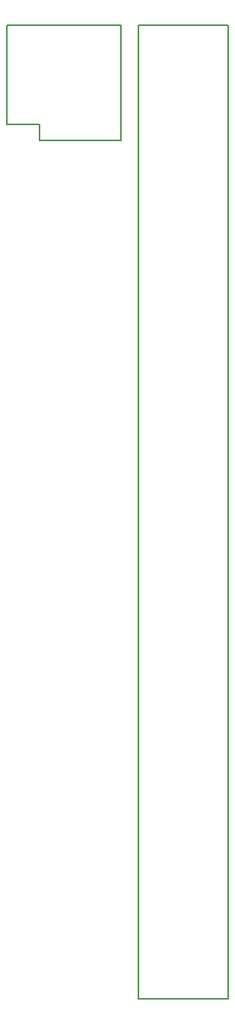
<source format=gbr>
G04 #@! TF.FileFunction,Other,ECO2*
%FSLAX46Y46*%
G04 Gerber Fmt 4.6, Leading zero omitted, Abs format (unit mm)*
G04 Created by KiCad (PCBNEW 4.0.6) date 2018 April 17, Tuesday 13:37:15*
%MOMM*%
%LPD*%
G01*
G04 APERTURE LIST*
%ADD10C,0.100000*%
%ADD11C,0.200000*%
G04 APERTURE END LIST*
D10*
D11*
X-13000000Y-11000000D02*
X-14700000Y-11000000D01*
X-11000000Y-11000000D02*
X-11000000Y-12800000D01*
X-11000000Y-11000000D02*
X-13000000Y-11000000D01*
X10000000Y-108000000D02*
X0Y-108000000D01*
X-14700000Y0D02*
X-2000000Y0D01*
X-14700000Y-11000000D02*
X-14700000Y0D01*
X-2000000Y-12800000D02*
X-11000000Y-12800000D01*
X-2000000Y0D02*
X-2000000Y-12800000D01*
X0Y-108000000D02*
X0Y0D01*
X10000000Y0D02*
X10000000Y-108000000D01*
X0Y0D02*
X10000000Y0D01*
M02*

</source>
